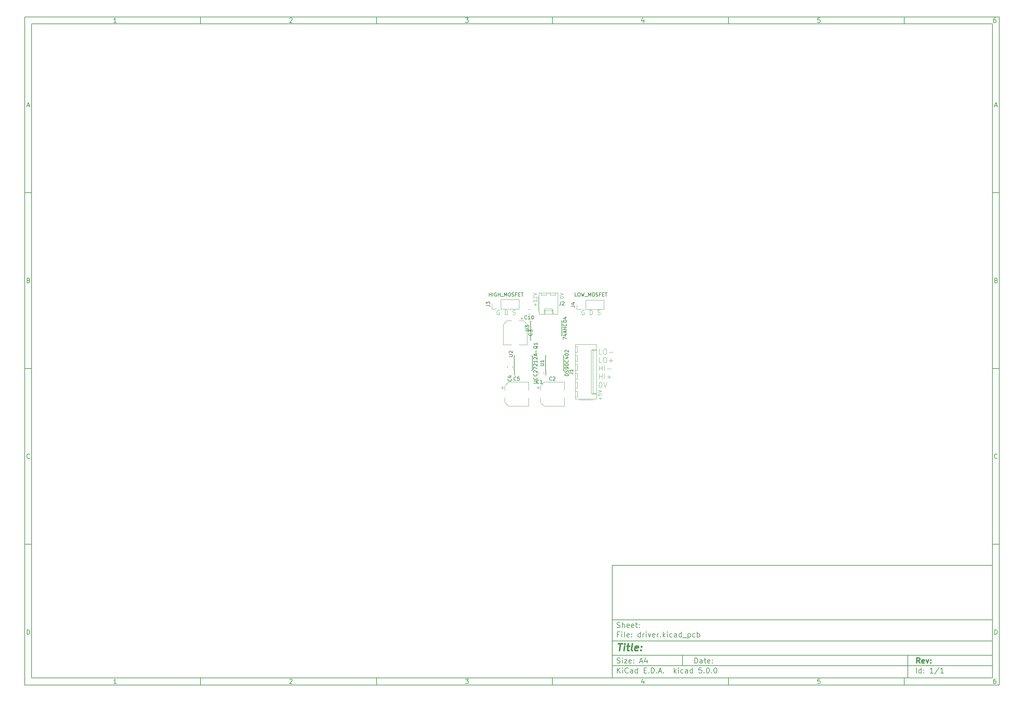
<source format=gto>
G04 #@! TF.GenerationSoftware,KiCad,Pcbnew,5.0.0*
G04 #@! TF.CreationDate,2018-10-21T13:37:26+10:00*
G04 #@! TF.ProjectId,driver,6472697665722E6B696361645F706362,rev?*
G04 #@! TF.SameCoordinates,Original*
G04 #@! TF.FileFunction,Legend,Top*
G04 #@! TF.FilePolarity,Positive*
%FSLAX46Y46*%
G04 Gerber Fmt 4.6, Leading zero omitted, Abs format (unit mm)*
G04 Created by KiCad (PCBNEW 5.0.0) date Sun Oct 21 13:37:26 2018*
%MOMM*%
%LPD*%
G01*
G04 APERTURE LIST*
%ADD10C,0.100000*%
%ADD11C,0.150000*%
%ADD12C,0.300000*%
%ADD13C,0.400000*%
%ADD14C,0.120000*%
G04 APERTURE END LIST*
D10*
D11*
X177002200Y-166007200D02*
X177002200Y-198007200D01*
X285002200Y-198007200D01*
X285002200Y-166007200D01*
X177002200Y-166007200D01*
D10*
D11*
X10000000Y-10000000D02*
X10000000Y-200007200D01*
X287002200Y-200007200D01*
X287002200Y-10000000D01*
X10000000Y-10000000D01*
D10*
D11*
X12000000Y-12000000D02*
X12000000Y-198007200D01*
X285002200Y-198007200D01*
X285002200Y-12000000D01*
X12000000Y-12000000D01*
D10*
D11*
X60000000Y-12000000D02*
X60000000Y-10000000D01*
D10*
D11*
X110000000Y-12000000D02*
X110000000Y-10000000D01*
D10*
D11*
X160000000Y-12000000D02*
X160000000Y-10000000D01*
D10*
D11*
X210000000Y-12000000D02*
X210000000Y-10000000D01*
D10*
D11*
X260000000Y-12000000D02*
X260000000Y-10000000D01*
D10*
D11*
X36065476Y-11588095D02*
X35322619Y-11588095D01*
X35694047Y-11588095D02*
X35694047Y-10288095D01*
X35570238Y-10473809D01*
X35446428Y-10597619D01*
X35322619Y-10659523D01*
D10*
D11*
X85322619Y-10411904D02*
X85384523Y-10350000D01*
X85508333Y-10288095D01*
X85817857Y-10288095D01*
X85941666Y-10350000D01*
X86003571Y-10411904D01*
X86065476Y-10535714D01*
X86065476Y-10659523D01*
X86003571Y-10845238D01*
X85260714Y-11588095D01*
X86065476Y-11588095D01*
D10*
D11*
X135260714Y-10288095D02*
X136065476Y-10288095D01*
X135632142Y-10783333D01*
X135817857Y-10783333D01*
X135941666Y-10845238D01*
X136003571Y-10907142D01*
X136065476Y-11030952D01*
X136065476Y-11340476D01*
X136003571Y-11464285D01*
X135941666Y-11526190D01*
X135817857Y-11588095D01*
X135446428Y-11588095D01*
X135322619Y-11526190D01*
X135260714Y-11464285D01*
D10*
D11*
X185941666Y-10721428D02*
X185941666Y-11588095D01*
X185632142Y-10226190D02*
X185322619Y-11154761D01*
X186127380Y-11154761D01*
D10*
D11*
X236003571Y-10288095D02*
X235384523Y-10288095D01*
X235322619Y-10907142D01*
X235384523Y-10845238D01*
X235508333Y-10783333D01*
X235817857Y-10783333D01*
X235941666Y-10845238D01*
X236003571Y-10907142D01*
X236065476Y-11030952D01*
X236065476Y-11340476D01*
X236003571Y-11464285D01*
X235941666Y-11526190D01*
X235817857Y-11588095D01*
X235508333Y-11588095D01*
X235384523Y-11526190D01*
X235322619Y-11464285D01*
D10*
D11*
X285941666Y-10288095D02*
X285694047Y-10288095D01*
X285570238Y-10350000D01*
X285508333Y-10411904D01*
X285384523Y-10597619D01*
X285322619Y-10845238D01*
X285322619Y-11340476D01*
X285384523Y-11464285D01*
X285446428Y-11526190D01*
X285570238Y-11588095D01*
X285817857Y-11588095D01*
X285941666Y-11526190D01*
X286003571Y-11464285D01*
X286065476Y-11340476D01*
X286065476Y-11030952D01*
X286003571Y-10907142D01*
X285941666Y-10845238D01*
X285817857Y-10783333D01*
X285570238Y-10783333D01*
X285446428Y-10845238D01*
X285384523Y-10907142D01*
X285322619Y-11030952D01*
D10*
D11*
X60000000Y-198007200D02*
X60000000Y-200007200D01*
D10*
D11*
X110000000Y-198007200D02*
X110000000Y-200007200D01*
D10*
D11*
X160000000Y-198007200D02*
X160000000Y-200007200D01*
D10*
D11*
X210000000Y-198007200D02*
X210000000Y-200007200D01*
D10*
D11*
X260000000Y-198007200D02*
X260000000Y-200007200D01*
D10*
D11*
X36065476Y-199595295D02*
X35322619Y-199595295D01*
X35694047Y-199595295D02*
X35694047Y-198295295D01*
X35570238Y-198481009D01*
X35446428Y-198604819D01*
X35322619Y-198666723D01*
D10*
D11*
X85322619Y-198419104D02*
X85384523Y-198357200D01*
X85508333Y-198295295D01*
X85817857Y-198295295D01*
X85941666Y-198357200D01*
X86003571Y-198419104D01*
X86065476Y-198542914D01*
X86065476Y-198666723D01*
X86003571Y-198852438D01*
X85260714Y-199595295D01*
X86065476Y-199595295D01*
D10*
D11*
X135260714Y-198295295D02*
X136065476Y-198295295D01*
X135632142Y-198790533D01*
X135817857Y-198790533D01*
X135941666Y-198852438D01*
X136003571Y-198914342D01*
X136065476Y-199038152D01*
X136065476Y-199347676D01*
X136003571Y-199471485D01*
X135941666Y-199533390D01*
X135817857Y-199595295D01*
X135446428Y-199595295D01*
X135322619Y-199533390D01*
X135260714Y-199471485D01*
D10*
D11*
X185941666Y-198728628D02*
X185941666Y-199595295D01*
X185632142Y-198233390D02*
X185322619Y-199161961D01*
X186127380Y-199161961D01*
D10*
D11*
X236003571Y-198295295D02*
X235384523Y-198295295D01*
X235322619Y-198914342D01*
X235384523Y-198852438D01*
X235508333Y-198790533D01*
X235817857Y-198790533D01*
X235941666Y-198852438D01*
X236003571Y-198914342D01*
X236065476Y-199038152D01*
X236065476Y-199347676D01*
X236003571Y-199471485D01*
X235941666Y-199533390D01*
X235817857Y-199595295D01*
X235508333Y-199595295D01*
X235384523Y-199533390D01*
X235322619Y-199471485D01*
D10*
D11*
X285941666Y-198295295D02*
X285694047Y-198295295D01*
X285570238Y-198357200D01*
X285508333Y-198419104D01*
X285384523Y-198604819D01*
X285322619Y-198852438D01*
X285322619Y-199347676D01*
X285384523Y-199471485D01*
X285446428Y-199533390D01*
X285570238Y-199595295D01*
X285817857Y-199595295D01*
X285941666Y-199533390D01*
X286003571Y-199471485D01*
X286065476Y-199347676D01*
X286065476Y-199038152D01*
X286003571Y-198914342D01*
X285941666Y-198852438D01*
X285817857Y-198790533D01*
X285570238Y-198790533D01*
X285446428Y-198852438D01*
X285384523Y-198914342D01*
X285322619Y-199038152D01*
D10*
D11*
X10000000Y-60000000D02*
X12000000Y-60000000D01*
D10*
D11*
X10000000Y-110000000D02*
X12000000Y-110000000D01*
D10*
D11*
X10000000Y-160000000D02*
X12000000Y-160000000D01*
D10*
D11*
X10690476Y-35216666D02*
X11309523Y-35216666D01*
X10566666Y-35588095D02*
X11000000Y-34288095D01*
X11433333Y-35588095D01*
D10*
D11*
X11092857Y-84907142D02*
X11278571Y-84969047D01*
X11340476Y-85030952D01*
X11402380Y-85154761D01*
X11402380Y-85340476D01*
X11340476Y-85464285D01*
X11278571Y-85526190D01*
X11154761Y-85588095D01*
X10659523Y-85588095D01*
X10659523Y-84288095D01*
X11092857Y-84288095D01*
X11216666Y-84350000D01*
X11278571Y-84411904D01*
X11340476Y-84535714D01*
X11340476Y-84659523D01*
X11278571Y-84783333D01*
X11216666Y-84845238D01*
X11092857Y-84907142D01*
X10659523Y-84907142D01*
D10*
D11*
X11402380Y-135464285D02*
X11340476Y-135526190D01*
X11154761Y-135588095D01*
X11030952Y-135588095D01*
X10845238Y-135526190D01*
X10721428Y-135402380D01*
X10659523Y-135278571D01*
X10597619Y-135030952D01*
X10597619Y-134845238D01*
X10659523Y-134597619D01*
X10721428Y-134473809D01*
X10845238Y-134350000D01*
X11030952Y-134288095D01*
X11154761Y-134288095D01*
X11340476Y-134350000D01*
X11402380Y-134411904D01*
D10*
D11*
X10659523Y-185588095D02*
X10659523Y-184288095D01*
X10969047Y-184288095D01*
X11154761Y-184350000D01*
X11278571Y-184473809D01*
X11340476Y-184597619D01*
X11402380Y-184845238D01*
X11402380Y-185030952D01*
X11340476Y-185278571D01*
X11278571Y-185402380D01*
X11154761Y-185526190D01*
X10969047Y-185588095D01*
X10659523Y-185588095D01*
D10*
D11*
X287002200Y-60000000D02*
X285002200Y-60000000D01*
D10*
D11*
X287002200Y-110000000D02*
X285002200Y-110000000D01*
D10*
D11*
X287002200Y-160000000D02*
X285002200Y-160000000D01*
D10*
D11*
X285692676Y-35216666D02*
X286311723Y-35216666D01*
X285568866Y-35588095D02*
X286002200Y-34288095D01*
X286435533Y-35588095D01*
D10*
D11*
X286095057Y-84907142D02*
X286280771Y-84969047D01*
X286342676Y-85030952D01*
X286404580Y-85154761D01*
X286404580Y-85340476D01*
X286342676Y-85464285D01*
X286280771Y-85526190D01*
X286156961Y-85588095D01*
X285661723Y-85588095D01*
X285661723Y-84288095D01*
X286095057Y-84288095D01*
X286218866Y-84350000D01*
X286280771Y-84411904D01*
X286342676Y-84535714D01*
X286342676Y-84659523D01*
X286280771Y-84783333D01*
X286218866Y-84845238D01*
X286095057Y-84907142D01*
X285661723Y-84907142D01*
D10*
D11*
X286404580Y-135464285D02*
X286342676Y-135526190D01*
X286156961Y-135588095D01*
X286033152Y-135588095D01*
X285847438Y-135526190D01*
X285723628Y-135402380D01*
X285661723Y-135278571D01*
X285599819Y-135030952D01*
X285599819Y-134845238D01*
X285661723Y-134597619D01*
X285723628Y-134473809D01*
X285847438Y-134350000D01*
X286033152Y-134288095D01*
X286156961Y-134288095D01*
X286342676Y-134350000D01*
X286404580Y-134411904D01*
D10*
D11*
X285661723Y-185588095D02*
X285661723Y-184288095D01*
X285971247Y-184288095D01*
X286156961Y-184350000D01*
X286280771Y-184473809D01*
X286342676Y-184597619D01*
X286404580Y-184845238D01*
X286404580Y-185030952D01*
X286342676Y-185278571D01*
X286280771Y-185402380D01*
X286156961Y-185526190D01*
X285971247Y-185588095D01*
X285661723Y-185588095D01*
D10*
D11*
X200434342Y-193785771D02*
X200434342Y-192285771D01*
X200791485Y-192285771D01*
X201005771Y-192357200D01*
X201148628Y-192500057D01*
X201220057Y-192642914D01*
X201291485Y-192928628D01*
X201291485Y-193142914D01*
X201220057Y-193428628D01*
X201148628Y-193571485D01*
X201005771Y-193714342D01*
X200791485Y-193785771D01*
X200434342Y-193785771D01*
X202577200Y-193785771D02*
X202577200Y-193000057D01*
X202505771Y-192857200D01*
X202362914Y-192785771D01*
X202077200Y-192785771D01*
X201934342Y-192857200D01*
X202577200Y-193714342D02*
X202434342Y-193785771D01*
X202077200Y-193785771D01*
X201934342Y-193714342D01*
X201862914Y-193571485D01*
X201862914Y-193428628D01*
X201934342Y-193285771D01*
X202077200Y-193214342D01*
X202434342Y-193214342D01*
X202577200Y-193142914D01*
X203077200Y-192785771D02*
X203648628Y-192785771D01*
X203291485Y-192285771D02*
X203291485Y-193571485D01*
X203362914Y-193714342D01*
X203505771Y-193785771D01*
X203648628Y-193785771D01*
X204720057Y-193714342D02*
X204577200Y-193785771D01*
X204291485Y-193785771D01*
X204148628Y-193714342D01*
X204077200Y-193571485D01*
X204077200Y-193000057D01*
X204148628Y-192857200D01*
X204291485Y-192785771D01*
X204577200Y-192785771D01*
X204720057Y-192857200D01*
X204791485Y-193000057D01*
X204791485Y-193142914D01*
X204077200Y-193285771D01*
X205434342Y-193642914D02*
X205505771Y-193714342D01*
X205434342Y-193785771D01*
X205362914Y-193714342D01*
X205434342Y-193642914D01*
X205434342Y-193785771D01*
X205434342Y-192857200D02*
X205505771Y-192928628D01*
X205434342Y-193000057D01*
X205362914Y-192928628D01*
X205434342Y-192857200D01*
X205434342Y-193000057D01*
D10*
D11*
X177002200Y-194507200D02*
X285002200Y-194507200D01*
D10*
D11*
X178434342Y-196585771D02*
X178434342Y-195085771D01*
X179291485Y-196585771D02*
X178648628Y-195728628D01*
X179291485Y-195085771D02*
X178434342Y-195942914D01*
X179934342Y-196585771D02*
X179934342Y-195585771D01*
X179934342Y-195085771D02*
X179862914Y-195157200D01*
X179934342Y-195228628D01*
X180005771Y-195157200D01*
X179934342Y-195085771D01*
X179934342Y-195228628D01*
X181505771Y-196442914D02*
X181434342Y-196514342D01*
X181220057Y-196585771D01*
X181077200Y-196585771D01*
X180862914Y-196514342D01*
X180720057Y-196371485D01*
X180648628Y-196228628D01*
X180577200Y-195942914D01*
X180577200Y-195728628D01*
X180648628Y-195442914D01*
X180720057Y-195300057D01*
X180862914Y-195157200D01*
X181077200Y-195085771D01*
X181220057Y-195085771D01*
X181434342Y-195157200D01*
X181505771Y-195228628D01*
X182791485Y-196585771D02*
X182791485Y-195800057D01*
X182720057Y-195657200D01*
X182577200Y-195585771D01*
X182291485Y-195585771D01*
X182148628Y-195657200D01*
X182791485Y-196514342D02*
X182648628Y-196585771D01*
X182291485Y-196585771D01*
X182148628Y-196514342D01*
X182077200Y-196371485D01*
X182077200Y-196228628D01*
X182148628Y-196085771D01*
X182291485Y-196014342D01*
X182648628Y-196014342D01*
X182791485Y-195942914D01*
X184148628Y-196585771D02*
X184148628Y-195085771D01*
X184148628Y-196514342D02*
X184005771Y-196585771D01*
X183720057Y-196585771D01*
X183577200Y-196514342D01*
X183505771Y-196442914D01*
X183434342Y-196300057D01*
X183434342Y-195871485D01*
X183505771Y-195728628D01*
X183577200Y-195657200D01*
X183720057Y-195585771D01*
X184005771Y-195585771D01*
X184148628Y-195657200D01*
X186005771Y-195800057D02*
X186505771Y-195800057D01*
X186720057Y-196585771D02*
X186005771Y-196585771D01*
X186005771Y-195085771D01*
X186720057Y-195085771D01*
X187362914Y-196442914D02*
X187434342Y-196514342D01*
X187362914Y-196585771D01*
X187291485Y-196514342D01*
X187362914Y-196442914D01*
X187362914Y-196585771D01*
X188077200Y-196585771D02*
X188077200Y-195085771D01*
X188434342Y-195085771D01*
X188648628Y-195157200D01*
X188791485Y-195300057D01*
X188862914Y-195442914D01*
X188934342Y-195728628D01*
X188934342Y-195942914D01*
X188862914Y-196228628D01*
X188791485Y-196371485D01*
X188648628Y-196514342D01*
X188434342Y-196585771D01*
X188077200Y-196585771D01*
X189577200Y-196442914D02*
X189648628Y-196514342D01*
X189577200Y-196585771D01*
X189505771Y-196514342D01*
X189577200Y-196442914D01*
X189577200Y-196585771D01*
X190220057Y-196157200D02*
X190934342Y-196157200D01*
X190077200Y-196585771D02*
X190577200Y-195085771D01*
X191077200Y-196585771D01*
X191577200Y-196442914D02*
X191648628Y-196514342D01*
X191577200Y-196585771D01*
X191505771Y-196514342D01*
X191577200Y-196442914D01*
X191577200Y-196585771D01*
X194577200Y-196585771D02*
X194577200Y-195085771D01*
X194720057Y-196014342D02*
X195148628Y-196585771D01*
X195148628Y-195585771D02*
X194577200Y-196157200D01*
X195791485Y-196585771D02*
X195791485Y-195585771D01*
X195791485Y-195085771D02*
X195720057Y-195157200D01*
X195791485Y-195228628D01*
X195862914Y-195157200D01*
X195791485Y-195085771D01*
X195791485Y-195228628D01*
X197148628Y-196514342D02*
X197005771Y-196585771D01*
X196720057Y-196585771D01*
X196577200Y-196514342D01*
X196505771Y-196442914D01*
X196434342Y-196300057D01*
X196434342Y-195871485D01*
X196505771Y-195728628D01*
X196577200Y-195657200D01*
X196720057Y-195585771D01*
X197005771Y-195585771D01*
X197148628Y-195657200D01*
X198434342Y-196585771D02*
X198434342Y-195800057D01*
X198362914Y-195657200D01*
X198220057Y-195585771D01*
X197934342Y-195585771D01*
X197791485Y-195657200D01*
X198434342Y-196514342D02*
X198291485Y-196585771D01*
X197934342Y-196585771D01*
X197791485Y-196514342D01*
X197720057Y-196371485D01*
X197720057Y-196228628D01*
X197791485Y-196085771D01*
X197934342Y-196014342D01*
X198291485Y-196014342D01*
X198434342Y-195942914D01*
X199791485Y-196585771D02*
X199791485Y-195085771D01*
X199791485Y-196514342D02*
X199648628Y-196585771D01*
X199362914Y-196585771D01*
X199220057Y-196514342D01*
X199148628Y-196442914D01*
X199077200Y-196300057D01*
X199077200Y-195871485D01*
X199148628Y-195728628D01*
X199220057Y-195657200D01*
X199362914Y-195585771D01*
X199648628Y-195585771D01*
X199791485Y-195657200D01*
X202362914Y-195085771D02*
X201648628Y-195085771D01*
X201577200Y-195800057D01*
X201648628Y-195728628D01*
X201791485Y-195657200D01*
X202148628Y-195657200D01*
X202291485Y-195728628D01*
X202362914Y-195800057D01*
X202434342Y-195942914D01*
X202434342Y-196300057D01*
X202362914Y-196442914D01*
X202291485Y-196514342D01*
X202148628Y-196585771D01*
X201791485Y-196585771D01*
X201648628Y-196514342D01*
X201577200Y-196442914D01*
X203077200Y-196442914D02*
X203148628Y-196514342D01*
X203077200Y-196585771D01*
X203005771Y-196514342D01*
X203077200Y-196442914D01*
X203077200Y-196585771D01*
X204077200Y-195085771D02*
X204220057Y-195085771D01*
X204362914Y-195157200D01*
X204434342Y-195228628D01*
X204505771Y-195371485D01*
X204577200Y-195657200D01*
X204577200Y-196014342D01*
X204505771Y-196300057D01*
X204434342Y-196442914D01*
X204362914Y-196514342D01*
X204220057Y-196585771D01*
X204077200Y-196585771D01*
X203934342Y-196514342D01*
X203862914Y-196442914D01*
X203791485Y-196300057D01*
X203720057Y-196014342D01*
X203720057Y-195657200D01*
X203791485Y-195371485D01*
X203862914Y-195228628D01*
X203934342Y-195157200D01*
X204077200Y-195085771D01*
X205220057Y-196442914D02*
X205291485Y-196514342D01*
X205220057Y-196585771D01*
X205148628Y-196514342D01*
X205220057Y-196442914D01*
X205220057Y-196585771D01*
X206220057Y-195085771D02*
X206362914Y-195085771D01*
X206505771Y-195157200D01*
X206577200Y-195228628D01*
X206648628Y-195371485D01*
X206720057Y-195657200D01*
X206720057Y-196014342D01*
X206648628Y-196300057D01*
X206577200Y-196442914D01*
X206505771Y-196514342D01*
X206362914Y-196585771D01*
X206220057Y-196585771D01*
X206077200Y-196514342D01*
X206005771Y-196442914D01*
X205934342Y-196300057D01*
X205862914Y-196014342D01*
X205862914Y-195657200D01*
X205934342Y-195371485D01*
X206005771Y-195228628D01*
X206077200Y-195157200D01*
X206220057Y-195085771D01*
D10*
D11*
X177002200Y-191507200D02*
X285002200Y-191507200D01*
D10*
D12*
X264411485Y-193785771D02*
X263911485Y-193071485D01*
X263554342Y-193785771D02*
X263554342Y-192285771D01*
X264125771Y-192285771D01*
X264268628Y-192357200D01*
X264340057Y-192428628D01*
X264411485Y-192571485D01*
X264411485Y-192785771D01*
X264340057Y-192928628D01*
X264268628Y-193000057D01*
X264125771Y-193071485D01*
X263554342Y-193071485D01*
X265625771Y-193714342D02*
X265482914Y-193785771D01*
X265197200Y-193785771D01*
X265054342Y-193714342D01*
X264982914Y-193571485D01*
X264982914Y-193000057D01*
X265054342Y-192857200D01*
X265197200Y-192785771D01*
X265482914Y-192785771D01*
X265625771Y-192857200D01*
X265697200Y-193000057D01*
X265697200Y-193142914D01*
X264982914Y-193285771D01*
X266197200Y-192785771D02*
X266554342Y-193785771D01*
X266911485Y-192785771D01*
X267482914Y-193642914D02*
X267554342Y-193714342D01*
X267482914Y-193785771D01*
X267411485Y-193714342D01*
X267482914Y-193642914D01*
X267482914Y-193785771D01*
X267482914Y-192857200D02*
X267554342Y-192928628D01*
X267482914Y-193000057D01*
X267411485Y-192928628D01*
X267482914Y-192857200D01*
X267482914Y-193000057D01*
D10*
D11*
X178362914Y-193714342D02*
X178577200Y-193785771D01*
X178934342Y-193785771D01*
X179077200Y-193714342D01*
X179148628Y-193642914D01*
X179220057Y-193500057D01*
X179220057Y-193357200D01*
X179148628Y-193214342D01*
X179077200Y-193142914D01*
X178934342Y-193071485D01*
X178648628Y-193000057D01*
X178505771Y-192928628D01*
X178434342Y-192857200D01*
X178362914Y-192714342D01*
X178362914Y-192571485D01*
X178434342Y-192428628D01*
X178505771Y-192357200D01*
X178648628Y-192285771D01*
X179005771Y-192285771D01*
X179220057Y-192357200D01*
X179862914Y-193785771D02*
X179862914Y-192785771D01*
X179862914Y-192285771D02*
X179791485Y-192357200D01*
X179862914Y-192428628D01*
X179934342Y-192357200D01*
X179862914Y-192285771D01*
X179862914Y-192428628D01*
X180434342Y-192785771D02*
X181220057Y-192785771D01*
X180434342Y-193785771D01*
X181220057Y-193785771D01*
X182362914Y-193714342D02*
X182220057Y-193785771D01*
X181934342Y-193785771D01*
X181791485Y-193714342D01*
X181720057Y-193571485D01*
X181720057Y-193000057D01*
X181791485Y-192857200D01*
X181934342Y-192785771D01*
X182220057Y-192785771D01*
X182362914Y-192857200D01*
X182434342Y-193000057D01*
X182434342Y-193142914D01*
X181720057Y-193285771D01*
X183077200Y-193642914D02*
X183148628Y-193714342D01*
X183077200Y-193785771D01*
X183005771Y-193714342D01*
X183077200Y-193642914D01*
X183077200Y-193785771D01*
X183077200Y-192857200D02*
X183148628Y-192928628D01*
X183077200Y-193000057D01*
X183005771Y-192928628D01*
X183077200Y-192857200D01*
X183077200Y-193000057D01*
X184862914Y-193357200D02*
X185577200Y-193357200D01*
X184720057Y-193785771D02*
X185220057Y-192285771D01*
X185720057Y-193785771D01*
X186862914Y-192785771D02*
X186862914Y-193785771D01*
X186505771Y-192214342D02*
X186148628Y-193285771D01*
X187077200Y-193285771D01*
D10*
D11*
X263434342Y-196585771D02*
X263434342Y-195085771D01*
X264791485Y-196585771D02*
X264791485Y-195085771D01*
X264791485Y-196514342D02*
X264648628Y-196585771D01*
X264362914Y-196585771D01*
X264220057Y-196514342D01*
X264148628Y-196442914D01*
X264077200Y-196300057D01*
X264077200Y-195871485D01*
X264148628Y-195728628D01*
X264220057Y-195657200D01*
X264362914Y-195585771D01*
X264648628Y-195585771D01*
X264791485Y-195657200D01*
X265505771Y-196442914D02*
X265577200Y-196514342D01*
X265505771Y-196585771D01*
X265434342Y-196514342D01*
X265505771Y-196442914D01*
X265505771Y-196585771D01*
X265505771Y-195657200D02*
X265577200Y-195728628D01*
X265505771Y-195800057D01*
X265434342Y-195728628D01*
X265505771Y-195657200D01*
X265505771Y-195800057D01*
X268148628Y-196585771D02*
X267291485Y-196585771D01*
X267720057Y-196585771D02*
X267720057Y-195085771D01*
X267577200Y-195300057D01*
X267434342Y-195442914D01*
X267291485Y-195514342D01*
X269862914Y-195014342D02*
X268577200Y-196942914D01*
X271148628Y-196585771D02*
X270291485Y-196585771D01*
X270720057Y-196585771D02*
X270720057Y-195085771D01*
X270577200Y-195300057D01*
X270434342Y-195442914D01*
X270291485Y-195514342D01*
D10*
D11*
X177002200Y-187507200D02*
X285002200Y-187507200D01*
D10*
D13*
X178714580Y-188211961D02*
X179857438Y-188211961D01*
X179036009Y-190211961D02*
X179286009Y-188211961D01*
X180274104Y-190211961D02*
X180440771Y-188878628D01*
X180524104Y-188211961D02*
X180416961Y-188307200D01*
X180500295Y-188402438D01*
X180607438Y-188307200D01*
X180524104Y-188211961D01*
X180500295Y-188402438D01*
X181107438Y-188878628D02*
X181869342Y-188878628D01*
X181476485Y-188211961D02*
X181262200Y-189926247D01*
X181333628Y-190116723D01*
X181512200Y-190211961D01*
X181702676Y-190211961D01*
X182655057Y-190211961D02*
X182476485Y-190116723D01*
X182405057Y-189926247D01*
X182619342Y-188211961D01*
X184190771Y-190116723D02*
X183988390Y-190211961D01*
X183607438Y-190211961D01*
X183428866Y-190116723D01*
X183357438Y-189926247D01*
X183452676Y-189164342D01*
X183571723Y-188973866D01*
X183774104Y-188878628D01*
X184155057Y-188878628D01*
X184333628Y-188973866D01*
X184405057Y-189164342D01*
X184381247Y-189354819D01*
X183405057Y-189545295D01*
X185155057Y-190021485D02*
X185238390Y-190116723D01*
X185131247Y-190211961D01*
X185047914Y-190116723D01*
X185155057Y-190021485D01*
X185131247Y-190211961D01*
X185286009Y-188973866D02*
X185369342Y-189069104D01*
X185262200Y-189164342D01*
X185178866Y-189069104D01*
X185286009Y-188973866D01*
X185262200Y-189164342D01*
D10*
D11*
X178934342Y-185600057D02*
X178434342Y-185600057D01*
X178434342Y-186385771D02*
X178434342Y-184885771D01*
X179148628Y-184885771D01*
X179720057Y-186385771D02*
X179720057Y-185385771D01*
X179720057Y-184885771D02*
X179648628Y-184957200D01*
X179720057Y-185028628D01*
X179791485Y-184957200D01*
X179720057Y-184885771D01*
X179720057Y-185028628D01*
X180648628Y-186385771D02*
X180505771Y-186314342D01*
X180434342Y-186171485D01*
X180434342Y-184885771D01*
X181791485Y-186314342D02*
X181648628Y-186385771D01*
X181362914Y-186385771D01*
X181220057Y-186314342D01*
X181148628Y-186171485D01*
X181148628Y-185600057D01*
X181220057Y-185457200D01*
X181362914Y-185385771D01*
X181648628Y-185385771D01*
X181791485Y-185457200D01*
X181862914Y-185600057D01*
X181862914Y-185742914D01*
X181148628Y-185885771D01*
X182505771Y-186242914D02*
X182577200Y-186314342D01*
X182505771Y-186385771D01*
X182434342Y-186314342D01*
X182505771Y-186242914D01*
X182505771Y-186385771D01*
X182505771Y-185457200D02*
X182577200Y-185528628D01*
X182505771Y-185600057D01*
X182434342Y-185528628D01*
X182505771Y-185457200D01*
X182505771Y-185600057D01*
X185005771Y-186385771D02*
X185005771Y-184885771D01*
X185005771Y-186314342D02*
X184862914Y-186385771D01*
X184577200Y-186385771D01*
X184434342Y-186314342D01*
X184362914Y-186242914D01*
X184291485Y-186100057D01*
X184291485Y-185671485D01*
X184362914Y-185528628D01*
X184434342Y-185457200D01*
X184577200Y-185385771D01*
X184862914Y-185385771D01*
X185005771Y-185457200D01*
X185720057Y-186385771D02*
X185720057Y-185385771D01*
X185720057Y-185671485D02*
X185791485Y-185528628D01*
X185862914Y-185457200D01*
X186005771Y-185385771D01*
X186148628Y-185385771D01*
X186648628Y-186385771D02*
X186648628Y-185385771D01*
X186648628Y-184885771D02*
X186577200Y-184957200D01*
X186648628Y-185028628D01*
X186720057Y-184957200D01*
X186648628Y-184885771D01*
X186648628Y-185028628D01*
X187220057Y-185385771D02*
X187577200Y-186385771D01*
X187934342Y-185385771D01*
X189077200Y-186314342D02*
X188934342Y-186385771D01*
X188648628Y-186385771D01*
X188505771Y-186314342D01*
X188434342Y-186171485D01*
X188434342Y-185600057D01*
X188505771Y-185457200D01*
X188648628Y-185385771D01*
X188934342Y-185385771D01*
X189077200Y-185457200D01*
X189148628Y-185600057D01*
X189148628Y-185742914D01*
X188434342Y-185885771D01*
X189791485Y-186385771D02*
X189791485Y-185385771D01*
X189791485Y-185671485D02*
X189862914Y-185528628D01*
X189934342Y-185457200D01*
X190077200Y-185385771D01*
X190220057Y-185385771D01*
X190720057Y-186242914D02*
X190791485Y-186314342D01*
X190720057Y-186385771D01*
X190648628Y-186314342D01*
X190720057Y-186242914D01*
X190720057Y-186385771D01*
X191434342Y-186385771D02*
X191434342Y-184885771D01*
X191577200Y-185814342D02*
X192005771Y-186385771D01*
X192005771Y-185385771D02*
X191434342Y-185957200D01*
X192648628Y-186385771D02*
X192648628Y-185385771D01*
X192648628Y-184885771D02*
X192577200Y-184957200D01*
X192648628Y-185028628D01*
X192720057Y-184957200D01*
X192648628Y-184885771D01*
X192648628Y-185028628D01*
X194005771Y-186314342D02*
X193862914Y-186385771D01*
X193577200Y-186385771D01*
X193434342Y-186314342D01*
X193362914Y-186242914D01*
X193291485Y-186100057D01*
X193291485Y-185671485D01*
X193362914Y-185528628D01*
X193434342Y-185457200D01*
X193577200Y-185385771D01*
X193862914Y-185385771D01*
X194005771Y-185457200D01*
X195291485Y-186385771D02*
X195291485Y-185600057D01*
X195220057Y-185457200D01*
X195077200Y-185385771D01*
X194791485Y-185385771D01*
X194648628Y-185457200D01*
X195291485Y-186314342D02*
X195148628Y-186385771D01*
X194791485Y-186385771D01*
X194648628Y-186314342D01*
X194577200Y-186171485D01*
X194577200Y-186028628D01*
X194648628Y-185885771D01*
X194791485Y-185814342D01*
X195148628Y-185814342D01*
X195291485Y-185742914D01*
X196648628Y-186385771D02*
X196648628Y-184885771D01*
X196648628Y-186314342D02*
X196505771Y-186385771D01*
X196220057Y-186385771D01*
X196077200Y-186314342D01*
X196005771Y-186242914D01*
X195934342Y-186100057D01*
X195934342Y-185671485D01*
X196005771Y-185528628D01*
X196077200Y-185457200D01*
X196220057Y-185385771D01*
X196505771Y-185385771D01*
X196648628Y-185457200D01*
X197005771Y-186528628D02*
X198148628Y-186528628D01*
X198505771Y-185385771D02*
X198505771Y-186885771D01*
X198505771Y-185457200D02*
X198648628Y-185385771D01*
X198934342Y-185385771D01*
X199077200Y-185457200D01*
X199148628Y-185528628D01*
X199220057Y-185671485D01*
X199220057Y-186100057D01*
X199148628Y-186242914D01*
X199077200Y-186314342D01*
X198934342Y-186385771D01*
X198648628Y-186385771D01*
X198505771Y-186314342D01*
X200505771Y-186314342D02*
X200362914Y-186385771D01*
X200077200Y-186385771D01*
X199934342Y-186314342D01*
X199862914Y-186242914D01*
X199791485Y-186100057D01*
X199791485Y-185671485D01*
X199862914Y-185528628D01*
X199934342Y-185457200D01*
X200077200Y-185385771D01*
X200362914Y-185385771D01*
X200505771Y-185457200D01*
X201148628Y-186385771D02*
X201148628Y-184885771D01*
X201148628Y-185457200D02*
X201291485Y-185385771D01*
X201577200Y-185385771D01*
X201720057Y-185457200D01*
X201791485Y-185528628D01*
X201862914Y-185671485D01*
X201862914Y-186100057D01*
X201791485Y-186242914D01*
X201720057Y-186314342D01*
X201577200Y-186385771D01*
X201291485Y-186385771D01*
X201148628Y-186314342D01*
D10*
D11*
X177002200Y-181507200D02*
X285002200Y-181507200D01*
D10*
D11*
X178362914Y-183614342D02*
X178577200Y-183685771D01*
X178934342Y-183685771D01*
X179077200Y-183614342D01*
X179148628Y-183542914D01*
X179220057Y-183400057D01*
X179220057Y-183257200D01*
X179148628Y-183114342D01*
X179077200Y-183042914D01*
X178934342Y-182971485D01*
X178648628Y-182900057D01*
X178505771Y-182828628D01*
X178434342Y-182757200D01*
X178362914Y-182614342D01*
X178362914Y-182471485D01*
X178434342Y-182328628D01*
X178505771Y-182257200D01*
X178648628Y-182185771D01*
X179005771Y-182185771D01*
X179220057Y-182257200D01*
X179862914Y-183685771D02*
X179862914Y-182185771D01*
X180505771Y-183685771D02*
X180505771Y-182900057D01*
X180434342Y-182757200D01*
X180291485Y-182685771D01*
X180077200Y-182685771D01*
X179934342Y-182757200D01*
X179862914Y-182828628D01*
X181791485Y-183614342D02*
X181648628Y-183685771D01*
X181362914Y-183685771D01*
X181220057Y-183614342D01*
X181148628Y-183471485D01*
X181148628Y-182900057D01*
X181220057Y-182757200D01*
X181362914Y-182685771D01*
X181648628Y-182685771D01*
X181791485Y-182757200D01*
X181862914Y-182900057D01*
X181862914Y-183042914D01*
X181148628Y-183185771D01*
X183077200Y-183614342D02*
X182934342Y-183685771D01*
X182648628Y-183685771D01*
X182505771Y-183614342D01*
X182434342Y-183471485D01*
X182434342Y-182900057D01*
X182505771Y-182757200D01*
X182648628Y-182685771D01*
X182934342Y-182685771D01*
X183077200Y-182757200D01*
X183148628Y-182900057D01*
X183148628Y-183042914D01*
X182434342Y-183185771D01*
X183577200Y-182685771D02*
X184148628Y-182685771D01*
X183791485Y-182185771D02*
X183791485Y-183471485D01*
X183862914Y-183614342D01*
X184005771Y-183685771D01*
X184148628Y-183685771D01*
X184648628Y-183542914D02*
X184720057Y-183614342D01*
X184648628Y-183685771D01*
X184577200Y-183614342D01*
X184648628Y-183542914D01*
X184648628Y-183685771D01*
X184648628Y-182757200D02*
X184720057Y-182828628D01*
X184648628Y-182900057D01*
X184577200Y-182828628D01*
X184648628Y-182757200D01*
X184648628Y-182900057D01*
D10*
D11*
X197002200Y-191507200D02*
X197002200Y-194507200D01*
D10*
D11*
X261002200Y-191507200D02*
X261002200Y-198007200D01*
D10*
X173521428Y-118865714D02*
X173521428Y-118103809D01*
X173902380Y-118484761D02*
X173140476Y-118484761D01*
X172902380Y-117151428D02*
X172902380Y-117627619D01*
X173378571Y-117675238D01*
X173330952Y-117627619D01*
X173283333Y-117532380D01*
X173283333Y-117294285D01*
X173330952Y-117199047D01*
X173378571Y-117151428D01*
X173473809Y-117103809D01*
X173711904Y-117103809D01*
X173807142Y-117151428D01*
X173854761Y-117199047D01*
X173902380Y-117294285D01*
X173902380Y-117532380D01*
X173854761Y-117627619D01*
X173807142Y-117675238D01*
X172902380Y-116818095D02*
X173902380Y-116484761D01*
X172902380Y-116151428D01*
X173951428Y-105938571D02*
X173237142Y-105938571D01*
X173237142Y-104438571D01*
X174737142Y-104438571D02*
X175022857Y-104438571D01*
X175165714Y-104510000D01*
X175308571Y-104652857D01*
X175380000Y-104938571D01*
X175380000Y-105438571D01*
X175308571Y-105724285D01*
X175165714Y-105867142D01*
X175022857Y-105938571D01*
X174737142Y-105938571D01*
X174594285Y-105867142D01*
X174451428Y-105724285D01*
X174380000Y-105438571D01*
X174380000Y-104938571D01*
X174451428Y-104652857D01*
X174594285Y-104510000D01*
X174737142Y-104438571D01*
X176022857Y-105367142D02*
X177165714Y-105367142D01*
X173951428Y-108288571D02*
X173237142Y-108288571D01*
X173237142Y-106788571D01*
X174737142Y-106788571D02*
X175022857Y-106788571D01*
X175165714Y-106860000D01*
X175308571Y-107002857D01*
X175380000Y-107288571D01*
X175380000Y-107788571D01*
X175308571Y-108074285D01*
X175165714Y-108217142D01*
X175022857Y-108288571D01*
X174737142Y-108288571D01*
X174594285Y-108217142D01*
X174451428Y-108074285D01*
X174380000Y-107788571D01*
X174380000Y-107288571D01*
X174451428Y-107002857D01*
X174594285Y-106860000D01*
X174737142Y-106788571D01*
X176022857Y-107717142D02*
X177165714Y-107717142D01*
X176594285Y-108288571D02*
X176594285Y-107145714D01*
X173237142Y-110638571D02*
X173237142Y-109138571D01*
X173237142Y-109852857D02*
X174094285Y-109852857D01*
X174094285Y-110638571D02*
X174094285Y-109138571D01*
X174808571Y-110638571D02*
X174808571Y-109138571D01*
X175522857Y-110067142D02*
X176665714Y-110067142D01*
X173237142Y-112988571D02*
X173237142Y-111488571D01*
X173237142Y-112202857D02*
X174094285Y-112202857D01*
X174094285Y-112988571D02*
X174094285Y-111488571D01*
X174808571Y-112988571D02*
X174808571Y-111488571D01*
X175522857Y-112417142D02*
X176665714Y-112417142D01*
X176094285Y-112988571D02*
X176094285Y-111845714D01*
X173522857Y-113838571D02*
X173665714Y-113838571D01*
X173808571Y-113910000D01*
X173880000Y-113981428D01*
X173951428Y-114124285D01*
X174022857Y-114410000D01*
X174022857Y-114767142D01*
X173951428Y-115052857D01*
X173880000Y-115195714D01*
X173808571Y-115267142D01*
X173665714Y-115338571D01*
X173522857Y-115338571D01*
X173380000Y-115267142D01*
X173308571Y-115195714D01*
X173237142Y-115052857D01*
X173165714Y-114767142D01*
X173165714Y-114410000D01*
X173237142Y-114124285D01*
X173308571Y-113981428D01*
X173380000Y-113910000D01*
X173522857Y-113838571D01*
X174451428Y-113838571D02*
X174951428Y-115338571D01*
X175451428Y-113838571D01*
X168990952Y-93435000D02*
X168867142Y-93373095D01*
X168681428Y-93373095D01*
X168495714Y-93435000D01*
X168371904Y-93558809D01*
X168310000Y-93682619D01*
X168248095Y-93930238D01*
X168248095Y-94115952D01*
X168310000Y-94363571D01*
X168371904Y-94487380D01*
X168495714Y-94611190D01*
X168681428Y-94673095D01*
X168805238Y-94673095D01*
X168990952Y-94611190D01*
X169052857Y-94549285D01*
X169052857Y-94115952D01*
X168805238Y-94115952D01*
X170600476Y-94673095D02*
X170600476Y-93373095D01*
X170910000Y-93373095D01*
X171095714Y-93435000D01*
X171219523Y-93558809D01*
X171281428Y-93682619D01*
X171343333Y-93930238D01*
X171343333Y-94115952D01*
X171281428Y-94363571D01*
X171219523Y-94487380D01*
X171095714Y-94611190D01*
X170910000Y-94673095D01*
X170600476Y-94673095D01*
X172829047Y-94611190D02*
X173014761Y-94673095D01*
X173324285Y-94673095D01*
X173448095Y-94611190D01*
X173510000Y-94549285D01*
X173571904Y-94425476D01*
X173571904Y-94301666D01*
X173510000Y-94177857D01*
X173448095Y-94115952D01*
X173324285Y-94054047D01*
X173076666Y-93992142D01*
X172952857Y-93930238D01*
X172890952Y-93868333D01*
X172829047Y-93744523D01*
X172829047Y-93620714D01*
X172890952Y-93496904D01*
X172952857Y-93435000D01*
X173076666Y-93373095D01*
X173386190Y-93373095D01*
X173571904Y-93435000D01*
X144860952Y-93435000D02*
X144737142Y-93373095D01*
X144551428Y-93373095D01*
X144365714Y-93435000D01*
X144241904Y-93558809D01*
X144180000Y-93682619D01*
X144118095Y-93930238D01*
X144118095Y-94115952D01*
X144180000Y-94363571D01*
X144241904Y-94487380D01*
X144365714Y-94611190D01*
X144551428Y-94673095D01*
X144675238Y-94673095D01*
X144860952Y-94611190D01*
X144922857Y-94549285D01*
X144922857Y-94115952D01*
X144675238Y-94115952D01*
X146470476Y-94673095D02*
X146470476Y-93373095D01*
X146780000Y-93373095D01*
X146965714Y-93435000D01*
X147089523Y-93558809D01*
X147151428Y-93682619D01*
X147213333Y-93930238D01*
X147213333Y-94115952D01*
X147151428Y-94363571D01*
X147089523Y-94487380D01*
X146965714Y-94611190D01*
X146780000Y-94673095D01*
X146470476Y-94673095D01*
X148699047Y-94611190D02*
X148884761Y-94673095D01*
X149194285Y-94673095D01*
X149318095Y-94611190D01*
X149380000Y-94549285D01*
X149441904Y-94425476D01*
X149441904Y-94301666D01*
X149380000Y-94177857D01*
X149318095Y-94115952D01*
X149194285Y-94054047D01*
X148946666Y-93992142D01*
X148822857Y-93930238D01*
X148760952Y-93868333D01*
X148699047Y-93744523D01*
X148699047Y-93620714D01*
X148760952Y-93496904D01*
X148822857Y-93435000D01*
X148946666Y-93373095D01*
X149256190Y-93373095D01*
X149441904Y-93435000D01*
X162107380Y-89815952D02*
X162107380Y-89720714D01*
X162155000Y-89625476D01*
X162202619Y-89577857D01*
X162297857Y-89530238D01*
X162488333Y-89482619D01*
X162726428Y-89482619D01*
X162916904Y-89530238D01*
X163012142Y-89577857D01*
X163059761Y-89625476D01*
X163107380Y-89720714D01*
X163107380Y-89815952D01*
X163059761Y-89911190D01*
X163012142Y-89958809D01*
X162916904Y-90006428D01*
X162726428Y-90054047D01*
X162488333Y-90054047D01*
X162297857Y-90006428D01*
X162202619Y-89958809D01*
X162155000Y-89911190D01*
X162107380Y-89815952D01*
X162107380Y-89196904D02*
X163107380Y-88863571D01*
X162107380Y-88530238D01*
X155106428Y-92196904D02*
X155106428Y-91435000D01*
X155487380Y-91815952D02*
X154725476Y-91815952D01*
X155487380Y-90435000D02*
X155487380Y-91006428D01*
X155487380Y-90720714D02*
X154487380Y-90720714D01*
X154630238Y-90815952D01*
X154725476Y-90911190D01*
X154773095Y-91006428D01*
X154582619Y-90054047D02*
X154535000Y-90006428D01*
X154487380Y-89911190D01*
X154487380Y-89673095D01*
X154535000Y-89577857D01*
X154582619Y-89530238D01*
X154677857Y-89482619D01*
X154773095Y-89482619D01*
X154915952Y-89530238D01*
X155487380Y-90101666D01*
X155487380Y-89482619D01*
X154487380Y-89196904D02*
X155487380Y-88863571D01*
X154487380Y-88530238D01*
D14*
G04 #@! TO.C,C10*
X153636252Y-94550000D02*
X153113748Y-94550000D01*
X153636252Y-93130000D02*
X153113748Y-93130000D01*
D11*
G04 #@! TO.C,U3*
X153760000Y-100605000D02*
X153785000Y-100605000D01*
X153760000Y-96455000D02*
X153875000Y-96455000D01*
X162660000Y-96455000D02*
X162545000Y-96455000D01*
X162660000Y-100605000D02*
X162545000Y-100605000D01*
X153760000Y-100605000D02*
X153760000Y-96455000D01*
X162660000Y-100605000D02*
X162660000Y-96455000D01*
X153785000Y-100605000D02*
X153785000Y-101980000D01*
D14*
G04 #@! TO.C,J3*
X142750072Y-93045293D02*
X142750072Y-91715293D01*
X144080072Y-93045293D02*
X142750072Y-93045293D01*
X145350072Y-93045293D02*
X145350072Y-90385293D01*
X145350072Y-90385293D02*
X150490072Y-90385293D01*
X145350072Y-93045293D02*
X150490072Y-93045293D01*
X150490072Y-93045293D02*
X150490072Y-90385293D01*
G04 #@! TO.C,J4*
X174620072Y-93195293D02*
X174620072Y-90535293D01*
X169480072Y-93195293D02*
X174620072Y-93195293D01*
X169480072Y-90535293D02*
X174620072Y-90535293D01*
X169480072Y-93195293D02*
X169480072Y-90535293D01*
X168210072Y-93195293D02*
X166880072Y-93195293D01*
X166880072Y-93195293D02*
X166880072Y-91865293D01*
D11*
G04 #@! TO.C,U1*
X158015072Y-110510293D02*
X158065072Y-110510293D01*
X158015072Y-106360293D02*
X158160072Y-106360293D01*
X163165072Y-106360293D02*
X163020072Y-106360293D01*
X163165072Y-110510293D02*
X163020072Y-110510293D01*
X158015072Y-110510293D02*
X158015072Y-106360293D01*
X163165072Y-110510293D02*
X163165072Y-106360293D01*
X158065072Y-110510293D02*
X158065072Y-111910293D01*
D14*
G04 #@! TO.C,J2*
X156195000Y-88515000D02*
X156195000Y-94535000D01*
X156195000Y-94535000D02*
X161495000Y-94535000D01*
X161495000Y-94535000D02*
X161495000Y-88515000D01*
X161495000Y-88515000D02*
X156195000Y-88515000D01*
X155905000Y-89545000D02*
X155905000Y-93545000D01*
X157575000Y-94535000D02*
X157575000Y-93535000D01*
X157575000Y-93535000D02*
X160115000Y-93535000D01*
X160115000Y-93535000D02*
X160115000Y-94535000D01*
X157575000Y-93535000D02*
X157825000Y-93005000D01*
X157825000Y-93005000D02*
X159865000Y-93005000D01*
X159865000Y-93005000D02*
X160115000Y-93535000D01*
X157825000Y-94535000D02*
X157825000Y-93535000D01*
X159865000Y-94535000D02*
X159865000Y-93535000D01*
X156775000Y-88515000D02*
X156775000Y-89115000D01*
X156775000Y-89115000D02*
X158375000Y-89115000D01*
X158375000Y-89115000D02*
X158375000Y-88515000D01*
X159315000Y-88515000D02*
X159315000Y-89115000D01*
X159315000Y-89115000D02*
X160915000Y-89115000D01*
X160915000Y-89115000D02*
X160915000Y-88515000D01*
G04 #@! TO.C,C1*
X156070072Y-111566545D02*
X156070072Y-111044041D01*
X157490072Y-111566545D02*
X157490072Y-111044041D01*
G04 #@! TO.C,C2*
X155911322Y-115024043D02*
X155911322Y-115811543D01*
X155517572Y-115417793D02*
X156305072Y-115417793D01*
X156545072Y-119610856D02*
X157609509Y-120675293D01*
X156545072Y-114919730D02*
X157609509Y-113855293D01*
X156545072Y-114919730D02*
X156545072Y-116205293D01*
X156545072Y-119610856D02*
X156545072Y-118325293D01*
X157609509Y-120675293D02*
X163365072Y-120675293D01*
X157609509Y-113855293D02*
X163365072Y-113855293D01*
X163365072Y-113855293D02*
X163365072Y-116205293D01*
X163365072Y-120675293D02*
X163365072Y-118325293D01*
G04 #@! TO.C,C3*
X145990000Y-103210000D02*
X148340000Y-103210000D01*
X152810000Y-103210000D02*
X150460000Y-103210000D01*
X152810000Y-97454437D02*
X152810000Y-103210000D01*
X145990000Y-97454437D02*
X145990000Y-103210000D01*
X147054437Y-96390000D02*
X148340000Y-96390000D01*
X151745563Y-96390000D02*
X150460000Y-96390000D01*
X151745563Y-96390000D02*
X152810000Y-97454437D01*
X147054437Y-96390000D02*
X145990000Y-97454437D01*
X151247500Y-95362500D02*
X151247500Y-96150000D01*
X151641250Y-95756250D02*
X150853750Y-95756250D01*
G04 #@! TO.C,C4*
X147180072Y-109239041D02*
X147180072Y-109761545D01*
X148600072Y-109239041D02*
X148600072Y-109761545D01*
G04 #@! TO.C,C5*
X153205072Y-120675293D02*
X153205072Y-118325293D01*
X153205072Y-113855293D02*
X153205072Y-116205293D01*
X147449509Y-113855293D02*
X153205072Y-113855293D01*
X147449509Y-120675293D02*
X153205072Y-120675293D01*
X146385072Y-119610856D02*
X146385072Y-118325293D01*
X146385072Y-114919730D02*
X146385072Y-116205293D01*
X146385072Y-114919730D02*
X147449509Y-113855293D01*
X146385072Y-119610856D02*
X147449509Y-120675293D01*
X145357572Y-115417793D02*
X146145072Y-115417793D01*
X145751322Y-115024043D02*
X145751322Y-115811543D01*
G04 #@! TO.C,J1*
X166450072Y-118645293D02*
X172470072Y-118645293D01*
X172470072Y-118645293D02*
X172470072Y-103185293D01*
X172470072Y-103185293D02*
X166450072Y-103185293D01*
X166450072Y-103185293D02*
X166450072Y-118645293D01*
X167480072Y-118935293D02*
X171480072Y-118935293D01*
X172470072Y-117265293D02*
X171470072Y-117265293D01*
X171470072Y-117265293D02*
X171470072Y-104565293D01*
X171470072Y-104565293D02*
X172470072Y-104565293D01*
X171470072Y-117265293D02*
X170940072Y-117015293D01*
X170940072Y-117015293D02*
X170940072Y-104815293D01*
X170940072Y-104815293D02*
X171470072Y-104565293D01*
X172470072Y-117015293D02*
X171470072Y-117015293D01*
X172470072Y-104815293D02*
X171470072Y-104815293D01*
X166450072Y-118065293D02*
X167050072Y-118065293D01*
X167050072Y-118065293D02*
X167050072Y-116465293D01*
X167050072Y-116465293D02*
X166450072Y-116465293D01*
X166450072Y-115525293D02*
X167050072Y-115525293D01*
X167050072Y-115525293D02*
X167050072Y-113925293D01*
X167050072Y-113925293D02*
X166450072Y-113925293D01*
X166450072Y-112985293D02*
X167050072Y-112985293D01*
X167050072Y-112985293D02*
X167050072Y-111385293D01*
X167050072Y-111385293D02*
X166450072Y-111385293D01*
X166450072Y-110445293D02*
X167050072Y-110445293D01*
X167050072Y-110445293D02*
X167050072Y-108845293D01*
X167050072Y-108845293D02*
X166450072Y-108845293D01*
X166450072Y-107905293D02*
X167050072Y-107905293D01*
X167050072Y-107905293D02*
X167050072Y-106305293D01*
X167050072Y-106305293D02*
X166450072Y-106305293D01*
X166450072Y-105365293D02*
X167050072Y-105365293D01*
X167050072Y-105365293D02*
X167050072Y-103765293D01*
X167050072Y-103765293D02*
X166450072Y-103765293D01*
D11*
G04 #@! TO.C,U2*
X149125072Y-110510293D02*
X149175072Y-110510293D01*
X149125072Y-106360293D02*
X149270072Y-106360293D01*
X154275072Y-106360293D02*
X154130072Y-106360293D01*
X154275072Y-110510293D02*
X154130072Y-110510293D01*
X149125072Y-110510293D02*
X149125072Y-106360293D01*
X154275072Y-110510293D02*
X154275072Y-106360293D01*
X149175072Y-110510293D02*
X149175072Y-111910293D01*
G04 #@! TO.C,C10*
X152732142Y-95847142D02*
X152684523Y-95894761D01*
X152541666Y-95942380D01*
X152446428Y-95942380D01*
X152303571Y-95894761D01*
X152208333Y-95799523D01*
X152160714Y-95704285D01*
X152113095Y-95513809D01*
X152113095Y-95370952D01*
X152160714Y-95180476D01*
X152208333Y-95085238D01*
X152303571Y-94990000D01*
X152446428Y-94942380D01*
X152541666Y-94942380D01*
X152684523Y-94990000D01*
X152732142Y-95037619D01*
X153684523Y-95942380D02*
X153113095Y-95942380D01*
X153398809Y-95942380D02*
X153398809Y-94942380D01*
X153303571Y-95085238D01*
X153208333Y-95180476D01*
X153113095Y-95228095D01*
X154303571Y-94942380D02*
X154398809Y-94942380D01*
X154494047Y-94990000D01*
X154541666Y-95037619D01*
X154589285Y-95132857D01*
X154636904Y-95323333D01*
X154636904Y-95561428D01*
X154589285Y-95751904D01*
X154541666Y-95847142D01*
X154494047Y-95894761D01*
X154398809Y-95942380D01*
X154303571Y-95942380D01*
X154208333Y-95894761D01*
X154160714Y-95847142D01*
X154113095Y-95751904D01*
X154065476Y-95561428D01*
X154065476Y-95323333D01*
X154113095Y-95132857D01*
X154160714Y-95037619D01*
X154208333Y-94990000D01*
X154303571Y-94942380D01*
G04 #@! TO.C,U3*
X152287380Y-99291904D02*
X153096904Y-99291904D01*
X153192142Y-99244285D01*
X153239761Y-99196666D01*
X153287380Y-99101428D01*
X153287380Y-98910952D01*
X153239761Y-98815714D01*
X153192142Y-98768095D01*
X153096904Y-98720476D01*
X152287380Y-98720476D01*
X152287380Y-98339523D02*
X152287380Y-97720476D01*
X152668333Y-98053809D01*
X152668333Y-97910952D01*
X152715952Y-97815714D01*
X152763571Y-97768095D01*
X152858809Y-97720476D01*
X153096904Y-97720476D01*
X153192142Y-97768095D01*
X153239761Y-97815714D01*
X153287380Y-97910952D01*
X153287380Y-98196666D01*
X153239761Y-98291904D01*
X153192142Y-98339523D01*
X163037380Y-101744285D02*
X163037380Y-101077619D01*
X164037380Y-101506190D01*
X163370714Y-100268095D02*
X164037380Y-100268095D01*
X162989761Y-100506190D02*
X163704047Y-100744285D01*
X163704047Y-100125238D01*
X163751666Y-99791904D02*
X163751666Y-99315714D01*
X164037380Y-99887142D02*
X163037380Y-99553809D01*
X164037380Y-99220476D01*
X164037380Y-98887142D02*
X163037380Y-98887142D01*
X163513571Y-98887142D02*
X163513571Y-98315714D01*
X164037380Y-98315714D02*
X163037380Y-98315714D01*
X163942142Y-97268095D02*
X163989761Y-97315714D01*
X164037380Y-97458571D01*
X164037380Y-97553809D01*
X163989761Y-97696666D01*
X163894523Y-97791904D01*
X163799285Y-97839523D01*
X163608809Y-97887142D01*
X163465952Y-97887142D01*
X163275476Y-97839523D01*
X163180238Y-97791904D01*
X163085000Y-97696666D01*
X163037380Y-97553809D01*
X163037380Y-97458571D01*
X163085000Y-97315714D01*
X163132619Y-97268095D01*
X163037380Y-96649047D02*
X163037380Y-96553809D01*
X163085000Y-96458571D01*
X163132619Y-96410952D01*
X163227857Y-96363333D01*
X163418333Y-96315714D01*
X163656428Y-96315714D01*
X163846904Y-96363333D01*
X163942142Y-96410952D01*
X163989761Y-96458571D01*
X164037380Y-96553809D01*
X164037380Y-96649047D01*
X163989761Y-96744285D01*
X163942142Y-96791904D01*
X163846904Y-96839523D01*
X163656428Y-96887142D01*
X163418333Y-96887142D01*
X163227857Y-96839523D01*
X163132619Y-96791904D01*
X163085000Y-96744285D01*
X163037380Y-96649047D01*
X163370714Y-95458571D02*
X164037380Y-95458571D01*
X162989761Y-95696666D02*
X163704047Y-95934761D01*
X163704047Y-95315714D01*
G04 #@! TO.C,J3*
X141202452Y-92048626D02*
X141916738Y-92048626D01*
X142059595Y-92096245D01*
X142154833Y-92191483D01*
X142202452Y-92334340D01*
X142202452Y-92429578D01*
X141202452Y-91667673D02*
X141202452Y-91048626D01*
X141583405Y-91381959D01*
X141583405Y-91239102D01*
X141631024Y-91143864D01*
X141678643Y-91096245D01*
X141773881Y-91048626D01*
X142011976Y-91048626D01*
X142107214Y-91096245D01*
X142154833Y-91143864D01*
X142202452Y-91239102D01*
X142202452Y-91524816D01*
X142154833Y-91620054D01*
X142107214Y-91667673D01*
X142018095Y-89457380D02*
X142018095Y-88457380D01*
X142018095Y-88933571D02*
X142589523Y-88933571D01*
X142589523Y-89457380D02*
X142589523Y-88457380D01*
X143065714Y-89457380D02*
X143065714Y-88457380D01*
X144065714Y-88505000D02*
X143970476Y-88457380D01*
X143827619Y-88457380D01*
X143684761Y-88505000D01*
X143589523Y-88600238D01*
X143541904Y-88695476D01*
X143494285Y-88885952D01*
X143494285Y-89028809D01*
X143541904Y-89219285D01*
X143589523Y-89314523D01*
X143684761Y-89409761D01*
X143827619Y-89457380D01*
X143922857Y-89457380D01*
X144065714Y-89409761D01*
X144113333Y-89362142D01*
X144113333Y-89028809D01*
X143922857Y-89028809D01*
X144541904Y-89457380D02*
X144541904Y-88457380D01*
X144541904Y-88933571D02*
X145113333Y-88933571D01*
X145113333Y-89457380D02*
X145113333Y-88457380D01*
X145351428Y-89552619D02*
X146113333Y-89552619D01*
X146351428Y-89457380D02*
X146351428Y-88457380D01*
X146684761Y-89171666D01*
X147018095Y-88457380D01*
X147018095Y-89457380D01*
X147684761Y-88457380D02*
X147875238Y-88457380D01*
X147970476Y-88505000D01*
X148065714Y-88600238D01*
X148113333Y-88790714D01*
X148113333Y-89124047D01*
X148065714Y-89314523D01*
X147970476Y-89409761D01*
X147875238Y-89457380D01*
X147684761Y-89457380D01*
X147589523Y-89409761D01*
X147494285Y-89314523D01*
X147446666Y-89124047D01*
X147446666Y-88790714D01*
X147494285Y-88600238D01*
X147589523Y-88505000D01*
X147684761Y-88457380D01*
X148494285Y-89409761D02*
X148637142Y-89457380D01*
X148875238Y-89457380D01*
X148970476Y-89409761D01*
X149018095Y-89362142D01*
X149065714Y-89266904D01*
X149065714Y-89171666D01*
X149018095Y-89076428D01*
X148970476Y-89028809D01*
X148875238Y-88981190D01*
X148684761Y-88933571D01*
X148589523Y-88885952D01*
X148541904Y-88838333D01*
X148494285Y-88743095D01*
X148494285Y-88647857D01*
X148541904Y-88552619D01*
X148589523Y-88505000D01*
X148684761Y-88457380D01*
X148922857Y-88457380D01*
X149065714Y-88505000D01*
X149827619Y-88933571D02*
X149494285Y-88933571D01*
X149494285Y-89457380D02*
X149494285Y-88457380D01*
X149970476Y-88457380D01*
X150351428Y-88933571D02*
X150684761Y-88933571D01*
X150827619Y-89457380D02*
X150351428Y-89457380D01*
X150351428Y-88457380D01*
X150827619Y-88457380D01*
X151113333Y-88457380D02*
X151684761Y-88457380D01*
X151399047Y-89457380D02*
X151399047Y-88457380D01*
G04 #@! TO.C,J4*
X165332452Y-92198626D02*
X166046738Y-92198626D01*
X166189595Y-92246245D01*
X166284833Y-92341483D01*
X166332452Y-92484340D01*
X166332452Y-92579578D01*
X165665786Y-91293864D02*
X166332452Y-91293864D01*
X165284833Y-91531959D02*
X165999119Y-91770054D01*
X165999119Y-91151007D01*
X166910000Y-89457380D02*
X166433809Y-89457380D01*
X166433809Y-88457380D01*
X167433809Y-88457380D02*
X167624285Y-88457380D01*
X167719523Y-88505000D01*
X167814761Y-88600238D01*
X167862380Y-88790714D01*
X167862380Y-89124047D01*
X167814761Y-89314523D01*
X167719523Y-89409761D01*
X167624285Y-89457380D01*
X167433809Y-89457380D01*
X167338571Y-89409761D01*
X167243333Y-89314523D01*
X167195714Y-89124047D01*
X167195714Y-88790714D01*
X167243333Y-88600238D01*
X167338571Y-88505000D01*
X167433809Y-88457380D01*
X168195714Y-88457380D02*
X168433809Y-89457380D01*
X168624285Y-88743095D01*
X168814761Y-89457380D01*
X169052857Y-88457380D01*
X169195714Y-89552619D02*
X169957619Y-89552619D01*
X170195714Y-89457380D02*
X170195714Y-88457380D01*
X170529047Y-89171666D01*
X170862380Y-88457380D01*
X170862380Y-89457380D01*
X171529047Y-88457380D02*
X171719523Y-88457380D01*
X171814761Y-88505000D01*
X171910000Y-88600238D01*
X171957619Y-88790714D01*
X171957619Y-89124047D01*
X171910000Y-89314523D01*
X171814761Y-89409761D01*
X171719523Y-89457380D01*
X171529047Y-89457380D01*
X171433809Y-89409761D01*
X171338571Y-89314523D01*
X171290952Y-89124047D01*
X171290952Y-88790714D01*
X171338571Y-88600238D01*
X171433809Y-88505000D01*
X171529047Y-88457380D01*
X172338571Y-89409761D02*
X172481428Y-89457380D01*
X172719523Y-89457380D01*
X172814761Y-89409761D01*
X172862380Y-89362142D01*
X172910000Y-89266904D01*
X172910000Y-89171666D01*
X172862380Y-89076428D01*
X172814761Y-89028809D01*
X172719523Y-88981190D01*
X172529047Y-88933571D01*
X172433809Y-88885952D01*
X172386190Y-88838333D01*
X172338571Y-88743095D01*
X172338571Y-88647857D01*
X172386190Y-88552619D01*
X172433809Y-88505000D01*
X172529047Y-88457380D01*
X172767142Y-88457380D01*
X172910000Y-88505000D01*
X173671904Y-88933571D02*
X173338571Y-88933571D01*
X173338571Y-89457380D02*
X173338571Y-88457380D01*
X173814761Y-88457380D01*
X174195714Y-88933571D02*
X174529047Y-88933571D01*
X174671904Y-89457380D02*
X174195714Y-89457380D01*
X174195714Y-88457380D01*
X174671904Y-88457380D01*
X174957619Y-88457380D02*
X175529047Y-88457380D01*
X175243333Y-89457380D02*
X175243333Y-88457380D01*
G04 #@! TO.C,U1*
X156542452Y-109197197D02*
X157351976Y-109197197D01*
X157447214Y-109149578D01*
X157494833Y-109101959D01*
X157542452Y-109006721D01*
X157542452Y-108816245D01*
X157494833Y-108721007D01*
X157447214Y-108673388D01*
X157351976Y-108625769D01*
X156542452Y-108625769D01*
X157542452Y-107625769D02*
X157542452Y-108197197D01*
X157542452Y-107911483D02*
X156542452Y-107911483D01*
X156685310Y-108006721D01*
X156780548Y-108101959D01*
X156828167Y-108197197D01*
X164542452Y-112054340D02*
X163542452Y-112054340D01*
X163542452Y-111816245D01*
X163590072Y-111673388D01*
X163685310Y-111578150D01*
X163780548Y-111530531D01*
X163971024Y-111482912D01*
X164113881Y-111482912D01*
X164304357Y-111530531D01*
X164399595Y-111578150D01*
X164494833Y-111673388D01*
X164542452Y-111816245D01*
X164542452Y-112054340D01*
X164494833Y-111101959D02*
X164542452Y-110959102D01*
X164542452Y-110721007D01*
X164494833Y-110625769D01*
X164447214Y-110578150D01*
X164351976Y-110530531D01*
X164256738Y-110530531D01*
X164161500Y-110578150D01*
X164113881Y-110625769D01*
X164066262Y-110721007D01*
X164018643Y-110911483D01*
X163971024Y-111006721D01*
X163923405Y-111054340D01*
X163828167Y-111101959D01*
X163732929Y-111101959D01*
X163637691Y-111054340D01*
X163590072Y-111006721D01*
X163542452Y-110911483D01*
X163542452Y-110673388D01*
X163590072Y-110530531D01*
X164542452Y-110054340D02*
X164542452Y-109863864D01*
X164494833Y-109768626D01*
X164447214Y-109721007D01*
X164304357Y-109625769D01*
X164113881Y-109578150D01*
X163732929Y-109578150D01*
X163637691Y-109625769D01*
X163590072Y-109673388D01*
X163542452Y-109768626D01*
X163542452Y-109959102D01*
X163590072Y-110054340D01*
X163637691Y-110101959D01*
X163732929Y-110149578D01*
X163971024Y-110149578D01*
X164066262Y-110101959D01*
X164113881Y-110054340D01*
X164161500Y-109959102D01*
X164161500Y-109768626D01*
X164113881Y-109673388D01*
X164066262Y-109625769D01*
X163971024Y-109578150D01*
X163542452Y-108959102D02*
X163542452Y-108863864D01*
X163590072Y-108768626D01*
X163637691Y-108721007D01*
X163732929Y-108673388D01*
X163923405Y-108625769D01*
X164161500Y-108625769D01*
X164351976Y-108673388D01*
X164447214Y-108721007D01*
X164494833Y-108768626D01*
X164542452Y-108863864D01*
X164542452Y-108959102D01*
X164494833Y-109054340D01*
X164447214Y-109101959D01*
X164351976Y-109149578D01*
X164161500Y-109197197D01*
X163923405Y-109197197D01*
X163732929Y-109149578D01*
X163637691Y-109101959D01*
X163590072Y-109054340D01*
X163542452Y-108959102D01*
X164447214Y-107625769D02*
X164494833Y-107673388D01*
X164542452Y-107816245D01*
X164542452Y-107911483D01*
X164494833Y-108054340D01*
X164399595Y-108149578D01*
X164304357Y-108197197D01*
X164113881Y-108244816D01*
X163971024Y-108244816D01*
X163780548Y-108197197D01*
X163685310Y-108149578D01*
X163590072Y-108054340D01*
X163542452Y-107911483D01*
X163542452Y-107816245D01*
X163590072Y-107673388D01*
X163637691Y-107625769D01*
X163875786Y-106768626D02*
X164542452Y-106768626D01*
X163494833Y-107006721D02*
X164209119Y-107244816D01*
X164209119Y-106625769D01*
X163542452Y-106054340D02*
X163542452Y-105959102D01*
X163590072Y-105863864D01*
X163637691Y-105816245D01*
X163732929Y-105768626D01*
X163923405Y-105721007D01*
X164161500Y-105721007D01*
X164351976Y-105768626D01*
X164447214Y-105816245D01*
X164494833Y-105863864D01*
X164542452Y-105959102D01*
X164542452Y-106054340D01*
X164494833Y-106149578D01*
X164447214Y-106197197D01*
X164351976Y-106244816D01*
X164161500Y-106292435D01*
X163923405Y-106292435D01*
X163732929Y-106244816D01*
X163637691Y-106197197D01*
X163590072Y-106149578D01*
X163542452Y-106054340D01*
X163637691Y-105340054D02*
X163590072Y-105292435D01*
X163542452Y-105197197D01*
X163542452Y-104959102D01*
X163590072Y-104863864D01*
X163637691Y-104816245D01*
X163732929Y-104768626D01*
X163828167Y-104768626D01*
X163971024Y-104816245D01*
X164542452Y-105387673D01*
X164542452Y-104768626D01*
G04 #@! TO.C,J2*
X162321666Y-90997380D02*
X162321666Y-91711666D01*
X162274047Y-91854523D01*
X162178809Y-91949761D01*
X162035952Y-91997380D01*
X161940714Y-91997380D01*
X162750238Y-91092619D02*
X162797857Y-91045000D01*
X162893095Y-90997380D01*
X163131190Y-90997380D01*
X163226428Y-91045000D01*
X163274047Y-91092619D01*
X163321666Y-91187857D01*
X163321666Y-91283095D01*
X163274047Y-91425952D01*
X162702619Y-91997380D01*
X163321666Y-91997380D01*
G04 #@! TO.C,C1*
X156138333Y-114127142D02*
X156090714Y-114174761D01*
X155947857Y-114222380D01*
X155852619Y-114222380D01*
X155709761Y-114174761D01*
X155614523Y-114079523D01*
X155566904Y-113984285D01*
X155519285Y-113793809D01*
X155519285Y-113650952D01*
X155566904Y-113460476D01*
X155614523Y-113365238D01*
X155709761Y-113270000D01*
X155852619Y-113222380D01*
X155947857Y-113222380D01*
X156090714Y-113270000D01*
X156138333Y-113317619D01*
X157090714Y-114222380D02*
X156519285Y-114222380D01*
X156805000Y-114222380D02*
X156805000Y-113222380D01*
X156709761Y-113365238D01*
X156614523Y-113460476D01*
X156519285Y-113508095D01*
G04 #@! TO.C,C2*
X159788405Y-113272435D02*
X159740786Y-113320054D01*
X159597929Y-113367673D01*
X159502691Y-113367673D01*
X159359833Y-113320054D01*
X159264595Y-113224816D01*
X159216976Y-113129578D01*
X159169357Y-112939102D01*
X159169357Y-112796245D01*
X159216976Y-112605769D01*
X159264595Y-112510531D01*
X159359833Y-112415293D01*
X159502691Y-112367673D01*
X159597929Y-112367673D01*
X159740786Y-112415293D01*
X159788405Y-112462912D01*
X160169357Y-112462912D02*
X160216976Y-112415293D01*
X160312214Y-112367673D01*
X160550310Y-112367673D01*
X160645548Y-112415293D01*
X160693167Y-112462912D01*
X160740786Y-112558150D01*
X160740786Y-112653388D01*
X160693167Y-112796245D01*
X160121738Y-113367673D01*
X160740786Y-113367673D01*
G04 #@! TO.C,C3*
X154107142Y-99966666D02*
X154154761Y-100014285D01*
X154202380Y-100157142D01*
X154202380Y-100252380D01*
X154154761Y-100395238D01*
X154059523Y-100490476D01*
X153964285Y-100538095D01*
X153773809Y-100585714D01*
X153630952Y-100585714D01*
X153440476Y-100538095D01*
X153345238Y-100490476D01*
X153250000Y-100395238D01*
X153202380Y-100252380D01*
X153202380Y-100157142D01*
X153250000Y-100014285D01*
X153297619Y-99966666D01*
X153202380Y-99633333D02*
X153202380Y-99014285D01*
X153583333Y-99347619D01*
X153583333Y-99204761D01*
X153630952Y-99109523D01*
X153678571Y-99061904D01*
X153773809Y-99014285D01*
X154011904Y-99014285D01*
X154107142Y-99061904D01*
X154154761Y-99109523D01*
X154202380Y-99204761D01*
X154202380Y-99490476D01*
X154154761Y-99585714D01*
X154107142Y-99633333D01*
G04 #@! TO.C,C4*
X148247214Y-112986959D02*
X148294833Y-113034578D01*
X148342452Y-113177435D01*
X148342452Y-113272673D01*
X148294833Y-113415531D01*
X148199595Y-113510769D01*
X148104357Y-113558388D01*
X147913881Y-113606007D01*
X147771024Y-113606007D01*
X147580548Y-113558388D01*
X147485310Y-113510769D01*
X147390072Y-113415531D01*
X147342452Y-113272673D01*
X147342452Y-113177435D01*
X147390072Y-113034578D01*
X147437691Y-112986959D01*
X147675786Y-112129816D02*
X148342452Y-112129816D01*
X147294833Y-112367912D02*
X148009119Y-112606007D01*
X148009119Y-111986959D01*
G04 #@! TO.C,C5*
X149628405Y-113272435D02*
X149580786Y-113320054D01*
X149437929Y-113367673D01*
X149342691Y-113367673D01*
X149199833Y-113320054D01*
X149104595Y-113224816D01*
X149056976Y-113129578D01*
X149009357Y-112939102D01*
X149009357Y-112796245D01*
X149056976Y-112605769D01*
X149104595Y-112510531D01*
X149199833Y-112415293D01*
X149342691Y-112367673D01*
X149437929Y-112367673D01*
X149580786Y-112415293D01*
X149628405Y-112462912D01*
X150533167Y-112367673D02*
X150056976Y-112367673D01*
X150009357Y-112843864D01*
X150056976Y-112796245D01*
X150152214Y-112748626D01*
X150390310Y-112748626D01*
X150485548Y-112796245D01*
X150533167Y-112843864D01*
X150580786Y-112939102D01*
X150580786Y-113177197D01*
X150533167Y-113272435D01*
X150485548Y-113320054D01*
X150390310Y-113367673D01*
X150152214Y-113367673D01*
X150056976Y-113320054D01*
X150009357Y-113272435D01*
G04 #@! TO.C,J1*
X164812452Y-111248626D02*
X165526738Y-111248626D01*
X165669595Y-111296245D01*
X165764833Y-111391483D01*
X165812452Y-111534340D01*
X165812452Y-111629578D01*
X165812452Y-110248626D02*
X165812452Y-110820054D01*
X165812452Y-110534340D02*
X164812452Y-110534340D01*
X164955310Y-110629578D01*
X165050548Y-110724816D01*
X165098167Y-110820054D01*
G04 #@! TO.C,U2*
X147652452Y-106597197D02*
X148461976Y-106597197D01*
X148557214Y-106549578D01*
X148604833Y-106501959D01*
X148652452Y-106406721D01*
X148652452Y-106216245D01*
X148604833Y-106121007D01*
X148557214Y-106073388D01*
X148461976Y-106025769D01*
X147652452Y-106025769D01*
X147747691Y-105597197D02*
X147700072Y-105549578D01*
X147652452Y-105454340D01*
X147652452Y-105216245D01*
X147700072Y-105121007D01*
X147747691Y-105073388D01*
X147842929Y-105025769D01*
X147938167Y-105025769D01*
X148081024Y-105073388D01*
X148652452Y-105644816D01*
X148652452Y-105025769D01*
X154652452Y-114149578D02*
X155461976Y-114149578D01*
X155557214Y-114101959D01*
X155604833Y-114054340D01*
X155652452Y-113959102D01*
X155652452Y-113768626D01*
X155604833Y-113673388D01*
X155557214Y-113625769D01*
X155461976Y-113578150D01*
X154652452Y-113578150D01*
X155557214Y-112530531D02*
X155604833Y-112578150D01*
X155652452Y-112721007D01*
X155652452Y-112816245D01*
X155604833Y-112959102D01*
X155509595Y-113054340D01*
X155414357Y-113101959D01*
X155223881Y-113149578D01*
X155081024Y-113149578D01*
X154890548Y-113101959D01*
X154795310Y-113054340D01*
X154700072Y-112959102D01*
X154652452Y-112816245D01*
X154652452Y-112721007D01*
X154700072Y-112578150D01*
X154747691Y-112530531D01*
X155557214Y-111530531D02*
X155604833Y-111578150D01*
X155652452Y-111721007D01*
X155652452Y-111816245D01*
X155604833Y-111959102D01*
X155509595Y-112054340D01*
X155414357Y-112101959D01*
X155223881Y-112149578D01*
X155081024Y-112149578D01*
X154890548Y-112101959D01*
X154795310Y-112054340D01*
X154700072Y-111959102D01*
X154652452Y-111816245D01*
X154652452Y-111721007D01*
X154700072Y-111578150D01*
X154747691Y-111530531D01*
X154747691Y-111149578D02*
X154700072Y-111101959D01*
X154652452Y-111006721D01*
X154652452Y-110768626D01*
X154700072Y-110673388D01*
X154747691Y-110625769D01*
X154842929Y-110578150D01*
X154938167Y-110578150D01*
X155081024Y-110625769D01*
X155652452Y-111197197D01*
X155652452Y-110578150D01*
X154652452Y-110244816D02*
X154652452Y-109578150D01*
X155652452Y-110006721D01*
X154747691Y-109244816D02*
X154700072Y-109197197D01*
X154652452Y-109101959D01*
X154652452Y-108863864D01*
X154700072Y-108768626D01*
X154747691Y-108721007D01*
X154842929Y-108673388D01*
X154938167Y-108673388D01*
X155081024Y-108721007D01*
X155652452Y-109292435D01*
X155652452Y-108673388D01*
X155652452Y-107721007D02*
X155652452Y-108292435D01*
X155652452Y-108006721D02*
X154652452Y-108006721D01*
X154795310Y-108101959D01*
X154890548Y-108197197D01*
X154938167Y-108292435D01*
X154747691Y-107340054D02*
X154700072Y-107292435D01*
X154652452Y-107197197D01*
X154652452Y-106959102D01*
X154700072Y-106863864D01*
X154747691Y-106816245D01*
X154842929Y-106768626D01*
X154938167Y-106768626D01*
X155081024Y-106816245D01*
X155652452Y-107387673D01*
X155652452Y-106768626D01*
X155366738Y-106387673D02*
X155366738Y-105911483D01*
X155652452Y-106482912D02*
X154652452Y-106149578D01*
X155652452Y-105816245D01*
X155271500Y-105482912D02*
X155271500Y-104721007D01*
X155747691Y-103578150D02*
X155700072Y-103673388D01*
X155604833Y-103768626D01*
X155461976Y-103911483D01*
X155414357Y-104006721D01*
X155414357Y-104101959D01*
X155652452Y-104054340D02*
X155604833Y-104149578D01*
X155509595Y-104244816D01*
X155319119Y-104292435D01*
X154985786Y-104292435D01*
X154795310Y-104244816D01*
X154700072Y-104149578D01*
X154652452Y-104054340D01*
X154652452Y-103863864D01*
X154700072Y-103768626D01*
X154795310Y-103673388D01*
X154985786Y-103625769D01*
X155319119Y-103625769D01*
X155509595Y-103673388D01*
X155604833Y-103768626D01*
X155652452Y-103863864D01*
X155652452Y-104054340D01*
X155652452Y-102673388D02*
X155652452Y-103244816D01*
X155652452Y-102959102D02*
X154652452Y-102959102D01*
X154795310Y-103054340D01*
X154890548Y-103149578D01*
X154938167Y-103244816D01*
G04 #@! TD*
M02*

</source>
